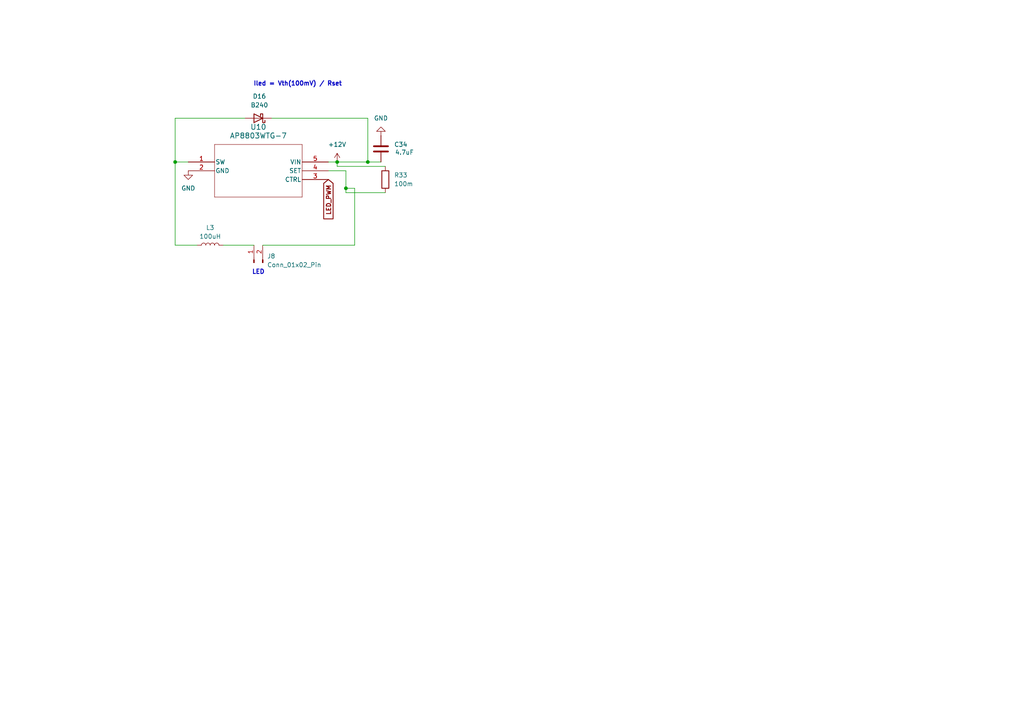
<source format=kicad_sch>
(kicad_sch (version 20231120) (generator "eeschema") (generator_version "8.0")
  (paper "A4")
  (lib_symbols
    (symbol "AP8803WTG_7:AP8803WTG-7" (pin_names (offset 0.254))
      (property "Reference" "U" (at 20.32 10.16 0))
      (property "Value" "AP8803WTG-7" (at 20.32 7.62 0))
      (symbol "AP8803WTG-7_0_1"
        (polyline (pts (xy 7.62 -10.16) (xy 33.02 -10.16)) (stroke (width 0.127)))
        (polyline (pts (xy 7.62 5.08) (xy 7.62 -10.16)) (stroke (width 0.127)))
        (polyline (pts (xy 33.02 -10.16) (xy 33.02 5.08)) (stroke (width 0.127)))
        (polyline (pts (xy 33.02 5.08) (xy 7.62 5.08)) (stroke (width 0.127)))
        (pin unspecified line (at 0 0 0) (length 7.62) (name "SW") (number "1"))
        (pin power_out line (at 0 -2.54 0) (length 7.62) (name "GND") (number "2"))
        (pin input line (at 40.64 -5.08 180) (length 7.62) (name "CTRL") (number "3"))
        (pin output line (at 40.64 -2.54 180) (length 7.62) (name "SET") (number "4"))
        (pin power_in line (at 40.64 0 180) (length 7.62) (name "VIN") (number "5"))
      )
    )
    (symbol "Connector:Conn_01x02_Pin" (pin_names (offset 1.016) hide)
      (property "Reference" "J" (at 0 2.54 0))
      (property "Value" "Conn_01x02_Pin" (at 0 -5.08 0))
      (symbol "Conn_01x02_Pin_1_1"
        (polyline (pts (xy 1.27 -2.54) (xy 0.8636 -2.54)) (stroke (width 0.1524)))
        (polyline (pts (xy 1.27 0) (xy 0.8636 0)) (stroke (width 0.1524)))
        (rectangle (start 0.8636 -2.413) (end 0 -2.667) (stroke (width 0.1524)) (fill (type outline)))
        (rectangle (start 0.8636 0.127) (end 0 -0.127) (stroke (width 0.1524)) (fill (type outline)))
        (pin passive line (at 5.08 0 180) (length 3.81) (name "Pin_1") (number "1"))
        (pin passive line (at 5.08 -2.54 180) (length 3.81) (name "Pin_2") (number "2"))
      )
    )
    (symbol "Device:C" (pin_numbers hide) (pin_names (offset 0.254))
      (property "Reference" "C" (at 0.635 2.54 0))
      (property "Value" "C" (at 0.635 -2.54 0))
      (symbol "C_0_1"
        (polyline (pts (xy -2.032 -0.762) (xy 2.032 -0.762)) (stroke (width 0.508)))
        (polyline (pts (xy -2.032 0.762) (xy 2.032 0.762)) (stroke (width 0.508)))
      )
      (symbol "C_1_1"
        (pin passive line (at 0 3.81 270) (length 2.794) (name "~") (number "1"))
        (pin passive line (at 0 -3.81 90) (length 2.794) (name "~") (number "2"))
      )
    )
    (symbol "Device:L" (pin_numbers hide) (pin_names (offset 1.016) hide)
      (property "Reference" "L" (at -1.27 0 90))
      (property "Value" "L" (at 1.905 0 90))
      (symbol "L_0_1"
        (arc (start 0 -2.54) (mid 0.6323 -1.905) (end 0 -1.27))
        (arc (start 0 -1.27) (mid 0.6323 -0.635) (end 0 0))
        (arc (start 0 0) (mid 0.6323 0.635) (end 0 1.27))
        (arc (start 0 1.27) (mid 0.6323 1.905) (end 0 2.54))
      )
      (symbol "L_1_1"
        (pin passive line (at 0 3.81 270) (length 1.27) (name "1") (number "1"))
        (pin passive line (at 0 -3.81 90) (length 1.27) (name "2") (number "2"))
      )
    )
    (symbol "Device:R" (pin_numbers hide) (pin_names (offset 0))
      (property "Reference" "R" (at 2.032 0 90))
      (property "Value" "R" (at 0 0 90))
      (symbol "R_0_1"
        (rectangle (start -1.016 -2.54) (end 1.016 2.54) (stroke (width 0.254)))
      )
      (symbol "R_1_1"
        (pin passive line (at 0 3.81 270) (length 1.27) (name "~") (number "1"))
        (pin passive line (at 0 -3.81 90) (length 1.27) (name "~") (number "2"))
      )
    )
    (symbol "Diode:B240" (pin_numbers hide) (pin_names (offset 1.016) hide)
      (property "Reference" "D" (at 0 2.54 0))
      (property "Value" "B240" (at 0 -2.54 0))
      (symbol "B240_0_1"
        (polyline (pts (xy 1.27 0) (xy -1.27 0)))
        (polyline (pts (xy 1.27 1.27) (xy 1.27 -1.27) (xy -1.27 0) (xy 1.27 1.27)) (stroke (width 0.254)))
        (polyline (pts (xy -1.905 0.635) (xy -1.905 1.27) (xy -1.27 1.27) (xy -1.27 -1.27) (xy -0.635 -1.27) (xy -0.635 -0.635)) (stroke (width 0.254)))
      )
      (symbol "B240_1_1"
        (pin passive line (at -3.81 0 0) (length 2.54) (name "K") (number "1"))
        (pin passive line (at 3.81 0 180) (length 2.54) (name "A") (number "2"))
      )
    )
    (symbol "power:+12V" (power) (pin_numbers hide) (pin_names (offset 0) hide)
      (property "Value" "+12V" (at 0 3.556 0))
      (symbol "+12V_0_1"
        (polyline (pts (xy -0.762 1.27) (xy 0 2.54)))
        (polyline (pts (xy 0 0) (xy 0 2.54)))
        (polyline (pts (xy 0 2.54) (xy 0.762 1.27)))
      )
      (symbol "+12V_1_1"
        (pin power_in line (at 0 0 90) (length 0) (name "~") (number "1"))
      )
    )
    (symbol "power:GND" (power) (pin_numbers hide) (pin_names (offset 0) hide)
      (property "Value" "GND" (at 0 -3.81 0))
      (symbol "GND_0_1"
        (polyline (pts (xy 0 0) (xy 0 -1.27) (xy 1.27 -1.27) (xy 0 -2.54) (xy -1.27 -1.27) (xy 0 -1.27)))
      )
      (symbol "GND_1_1"
        (pin power_in line (at 0 0 270) (length 0) (name "~") (number "1"))
      )
    )
  )
  (junction (at 97.79 46.99))
  (junction (at 100.33 54.61))
  (junction (at 50.8 46.99))
  (junction (at 106.68 46.99))
  (wire (pts (xy 100.33 54.61) (xy 102.87 54.61)))
  (wire (pts (xy 111.76 48.26) (xy 97.79 48.26)))
  (wire (pts (xy 106.68 46.99) (xy 110.49 46.99)))
  (wire (pts (xy 50.8 46.99) (xy 50.8 71.12)))
  (wire (pts (xy 50.8 71.12) (xy 57.15 71.12)))
  (wire (pts (xy 97.79 46.99) (xy 106.68 46.99)))
  (wire (pts (xy 71.12 34.29) (xy 50.8 34.29)))
  (wire (pts (xy 76.2 71.12) (xy 102.87 71.12)))
  (wire (pts (xy 106.68 34.29) (xy 106.68 46.99)))
  (wire (pts (xy 54.61 46.99) (xy 50.8 46.99)))
  (wire (pts (xy 100.33 49.53) (xy 100.33 54.61)))
  (wire (pts (xy 64.77 71.12) (xy 73.66 71.12)))
  (wire (pts (xy 50.8 34.29) (xy 50.8 46.99)))
  (wire (pts (xy 97.79 48.26) (xy 97.79 46.99)))
  (wire (pts (xy 95.25 49.53) (xy 100.33 49.53)))
  (wire (pts (xy 100.33 55.88) (xy 100.33 54.61)))
  (wire (pts (xy 111.76 55.88) (xy 100.33 55.88)))
  (wire (pts (xy 78.74 34.29) (xy 106.68 34.29)))
  (wire (pts (xy 102.87 71.12) (xy 102.87 54.61)))
  (wire (pts (xy 95.25 46.99) (xy 97.79 46.99)))
  (text "LED\n" (at 74.93 78.994 0) (effects (font (size 1.27 1.27) (thickness 0.254) (bold yes))))
  (text "Iled = Vth(100mV) / Rset\n" (at 86.36 24.384 0) (effects (font (size 1.27 1.27) (thickness 0.254) (bold yes))))
  (global_label "LED_PWM" (shape input) (at 95.25 52.07 270) (effects (font (thickness 0.254) (bold yes))) (property "Intersheetrefs" "${INTERSHEET_REFS}" (effects (hide yes))))
  (symbol (lib_id "power:GND") (at 54.61 49.53 0) (unit 1)
    (property "Reference" "#PWR083" (effects (hide yes)))
    (property "Value" "GND" (at 54.61 54.61 0))
    (property "Description" "Power symbol creates a global label with name \"GND\" , ground" (effects (hide yes)))
  )
  (symbol (lib_id "power:GND") (at 110.49 39.37 180) (unit 1)
    (property "Reference" "#PWR082" (effects (hide yes)))
    (property "Value" "GND" (at 110.49 34.29 0))
    (property "Description" "Power symbol creates a global label with name \"GND\" , ground" (effects (hide yes)))
  )
  (symbol (lib_id "power:+12V") (at 97.79 46.99 0) (unit 1)
    (property "Reference" "#PWR073" (effects (hide yes)))
    (property "Value" "+12V" (at 97.79 41.91 0))
    (property "Description" "Power symbol creates a global label with name \"+12V\"" (effects (hide yes)))
  )
  (symbol (lib_id "Diode:B240") (at 74.93 34.29 180) (unit 1)
    (property "Reference" "D16" (at 75.2475 27.94 0))
    (property "Value" "B240" (at 75.2475 30.48 0))
    (property "Footprint" "Diode_SMD:D_SMB" (effects (hide yes)))
    (property "Datasheet" "http://www.jameco.com/Jameco/Products/ProdDS/1538777.pdf" (effects (hide yes)))
    (property "Description" "40V 2A Schottky Barrier Rectifier Diode, SMB" (effects (hide yes)))
  )
  (symbol (lib_id "Device:C") (at 110.49 43.18 0) (unit 1)
    (property "Reference" "C34" (at 114.3 41.9099 0) (effects (justify left)))
    (property "Value" "4.7uF" (at 114.554 44.196 0) (effects (justify left)))
    (property "Footprint" "Capacitor_SMD:C_0805_2012Metric" (effects (hide yes)))
    (property "Datasheet" "CL21B475KOFNNNE" (effects (hide yes)))
    (property "Description" "Unpolarized capacitor" (effects (hide yes)))
  )
  (symbol (lib_id "AP8803WTG_7:AP8803WTG-7") (at 54.61 46.99 0) (unit 1)
    (property "Reference" "U10" (at 74.93 36.83 0) (effects (font (size 1.524 1.524))))
    (property "Value" "AP8803WTG-7" (at 74.93 39.37 0) (effects (font (size 1.524 1.524))))
    (property "Footprint" "AP8803WTG_7:TSOT25-WT_DIO-L" (effects (hide yes)))
    (property "Datasheet" "AP8803WTG-7" (effects (hide yes)))
  )
  (symbol (lib_id "Device:L") (at 60.96 71.12 90) (unit 1)
    (property "Reference" "L3" (at 60.96 66.04 90))
    (property "Value" "100uH" (at 60.96 68.58 90))
    (property "Footprint" "Inductor_SMD:L_Changjiang_FNR8040S" (effects (hide yes)))
    (property "Datasheet" "SRN8040-101M" (effects (hide yes)))
    (property "Description" "Inductor" (effects (hide yes)))
  )
  (symbol (lib_id "Device:R") (at 111.76 52.07 0) (unit 1)
    (property "Reference" "R33" (at 114.3 50.7999 0) (effects (justify left)))
    (property "Value" "100m" (at 114.3 53.3399 0) (effects (justify left)))
    (property "Footprint" "Resistor_SMD:R_0603_1608Metric" (effects (hide yes)))
    (property "Datasheet" "0603SAF100LT5E" (effects (hide yes)))
    (property "Description" "Resistor" (effects (hide yes)))
  )
  (symbol (lib_id "Connector:Conn_01x02_Pin") (at 73.66 76.2 90) (unit 1)
    (property "Reference" "J8" (at 77.47 74.2949 90) (effects (justify right)))
    (property "Value" "Conn_01x02_Pin" (at 77.47 76.8349 90) (effects (justify right)))
    (property "Footprint" "Connector_PinHeader_2.54mm:PinHeader_1x02_P2.54mm_Vertical" (effects (hide yes)))
    (property "Datasheet" "L-KLS1-207-1-02-S" (effects (hide yes)))
    (property "Description" "Generic connector, single row, 01x02, script generated" (effects (hide yes)))
  )
)
</source>
